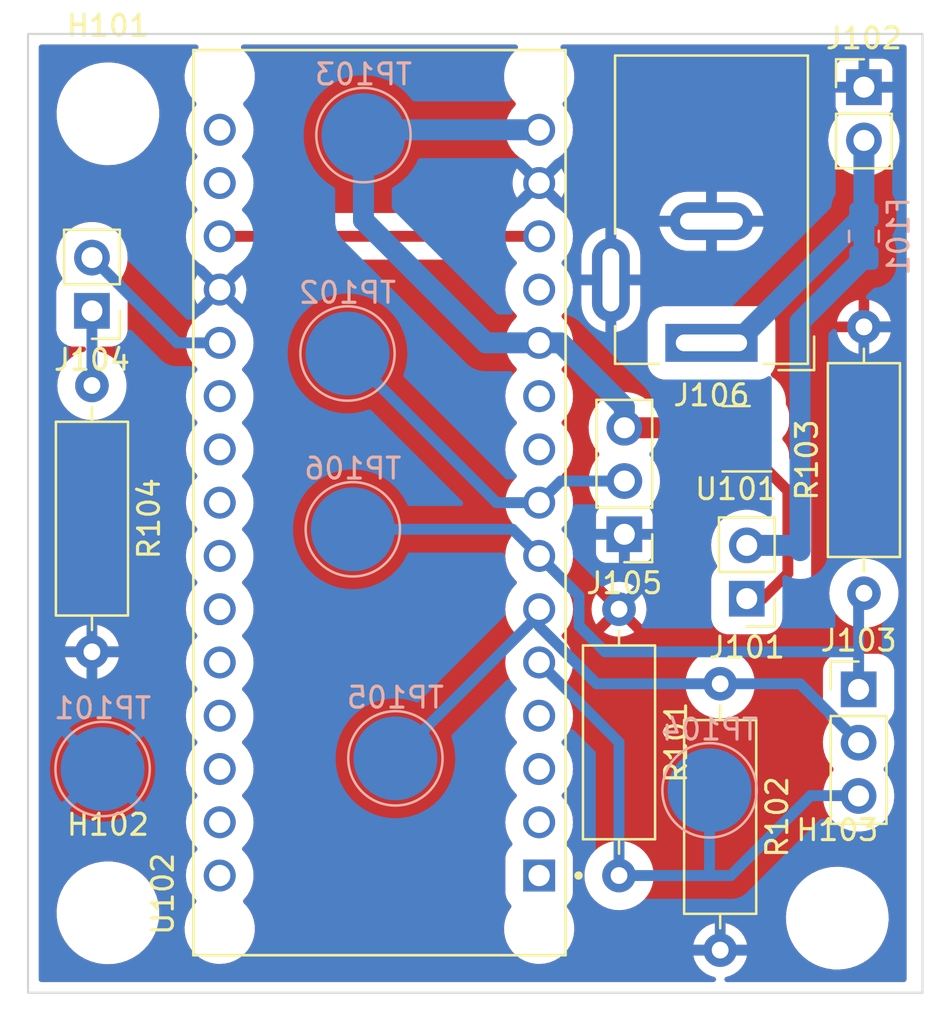
<source format=kicad_pcb>
(kicad_pcb (version 20211014) (generator pcbnew)
  (layers (0 "F.Cu" signal) (31 "B.Cu" signal) (34 "B.Paste" user) (35 "F.Paste" user) (36 "B.SilkS" user "B.Silkscreen") (37 "F.SilkS" user "F.Silkscreen") (38 "B.Mask" user) (39 "F.Mask" user) (44 "Edge.Cuts" user))
  (net 0 "")
  (net 1 "+6V")
  (net 2 "/Switch")
  (net 3 "GND")
  (net 4 "/BattLED3")
  (net 5 "/BattLED2")
  (net 6 "/BattLED1")
  (net 7 "Net-(D102-Pad1)")
  (net 8 "/ReadLED")
  (net 9 "/MQ3Analog")
  (net 10 "VCC")
  (net 18 "unconnected-(U102-Pad13)")
  (footprint "Resistor_THT:R_Axial_DIN0309_L9.0mm_D3.2mm_P12.70mm_Horizontal" (layer "F.Cu") (at 129.794 96.012 -90)
    (fp_text reference "R101" (at 6.35 -2.72 90) (layer "F.SilkS"))
    (fp_text value "220")
    (fp_line (start 1.04 0) (end 1.73 0) (layer "F.SilkS") (width 0.12))
    (fp_line (start 10.97 -1.72) (end 1.73 -1.72) (layer "F.SilkS") (width 0.12))
    (fp_line (start 10.97 1.72) (end 10.97 -1.72) (layer "F.SilkS") (width 0.12))
    (fp_line (start 1.73 1.72) (end 10.97 1.72) (layer "F.SilkS") (width 0.12))
    (fp_line (start 11.66 0) (end 10.97 0) (layer "F.SilkS") (width 0.12))
    (fp_line (start 1.73 -1.72) (end 1.73 1.72) (layer "F.SilkS") (width 0.12))
    (pad "1" thru_hole circle (at 0 0 270) (size 1.6 1.6) (drill 0.8) (layers *.Cu *.Mask) (net 3 "GND"))
    (pad "2" thru_hole oval (at 12.7 0 270) (size 1.6 1.6) (drill 0.8) (layers *.Cu *.Mask) (net 6 "/BattLED1"))
  )
  (footprint "Connector_BarrelJack:BarrelJack_Wuerth_6941xx301002" (layer "F.Cu") (at 134.204 83.312 180)
    (fp_text reference "J106" (at 0 -2.5) (layer "F.SilkS"))
    (fp_text value "Barrel_Jack_Switch")
    (fp_line (start -4.6 13.7) (end -4.6 -1) (layer "F.SilkS") (width 0.12))
    (fp_line (start 4.6 5.2) (end 4.6 13.7) (layer "F.SilkS") (width 0.12))
    (fp_line (start -4.6 -1) (end -2.5 -1) (layer "F.SilkS") (width 0.12))
    (fp_line (start -4.9 -1.3) (end -4.9 0.3) (layer "F.SilkS") (width 0.12))
    (fp_line (start 4.6 -1) (end 4.6 0.8) (layer "F.SilkS") (width 0.12))
    (fp_line (start 2.5 -1) (end 4.6 -1) (layer "F.SilkS") (width 0.12))
    (fp_line (start 4.6 13.7) (end -4.6 13.7) (layer "F.SilkS") (width 0.12))
    (fp_line (start -3.2 -1.3) (end -4.9 -1.3) (layer "F.SilkS") (width 0.12))
    (pad "1" thru_hole rect (at 0 0 180) (size 4.4 1.8) (drill oval 3.4 0.8) (layers *.Cu *.Mask) (net 1 "+6V"))
    (pad "2" thru_hole oval (at 0 5.8 180) (size 4 1.8) (drill oval 3 0.8) (layers *.Cu *.Mask) (net 3 "GND"))
    (pad "3" thru_hole oval (at 4.8 3 270) (size 4 1.8) (drill oval 3 0.8) (layers *.Cu *.Mask) (net 3 "GND"))
  )
  (footprint "MountingHole:MountingHole_3.2mm_M3" (layer "F.Cu") (at 140.208 110.744)
    (fp_text reference "H103" (at 0 -4.2) (layer "F.SilkS"))
    (fp_text value "MountingHole")
    (pad "" np_thru_hole circle (at 0 0) (size 3.2 3.2) (drill 3.2) (layers *.Cu *.Mask))
  )
  (footprint "Connector_PinHeader_2.54mm:PinHeader_1x03_P2.54mm_Vertical" (layer "F.Cu") (at 141.224 99.837)
    (fp_text reference "J103" (at 0 -2.33) (layer "F.SilkS"))
    (fp_text value "RGBConn")
    (fp_line (start -1.33 -1.33) (end 0 -1.33) (layer "F.SilkS") (width 0.12))
    (fp_line (start -1.33 0) (end -1.33 -1.33) (layer "F.SilkS") (width 0.12))
    (fp_line (start -1.33 1.27) (end -1.33 6.41) (layer "F.SilkS") (width 0.12))
    (fp_line (start -1.33 6.41) (end 1.33 6.41) (layer "F.SilkS") (width 0.12))
    (fp_line (start 1.33 1.27) (end 1.33 6.41) (layer "F.SilkS") (width 0.12))
    (fp_line (start -1.33 1.27) (end 1.33 1.27) (layer "F.SilkS") (width 0.12))
    (pad "1" thru_hole rect (at 0 0) (size 1.7 1.7) (drill 1) (layers *.Cu *.Mask) (net 4 "/BattLED3"))
    (pad "2" thru_hole oval (at 0 2.54) (size 1.7 1.7) (drill 1) (layers *.Cu *.Mask) (net 5 "/BattLED2"))
    (pad "3" thru_hole oval (at 0 5.08) (size 1.7 1.7) (drill 1) (layers *.Cu *.Mask) (net 6 "/BattLED1"))
  )
  (footprint "Resistor_THT:R_Axial_DIN0309_L9.0mm_D3.2mm_P12.70mm_Horizontal" (layer "F.Cu") (at 141.478 95.25 90)
    (fp_text reference "R103" (at 6.35 -2.72 90) (layer "F.SilkS"))
    (fp_text value "220")
    (fp_line (start 1.04 0) (end 1.73 0) (layer "F.SilkS") (width 0.12))
    (fp_line (start 10.97 1.72) (end 10.97 -1.72) (layer "F.SilkS") (width 0.12))
    (fp_line (start 11.66 0) (end 10.97 0) (layer "F.SilkS") (width 0.12))
    (fp_line (start 1.73 -1.72) (end 1.73 1.72) (layer "F.SilkS") (width 0.12))
    (fp_line (start 10.97 -1.72) (end 1.73 -1.72) (layer "F.SilkS") (width 0.12))
    (fp_line (start 1.73 1.72) (end 10.97 1.72) (layer "F.SilkS") (width 0.12))
    (pad "1" thru_hole circle (at 0 0 90) (size 1.6 1.6) (drill 0.8) (layers *.Cu *.Mask) (net 4 "/BattLED3"))
    (pad "2" thru_hole oval (at 12.7 0 90) (size 1.6 1.6) (drill 0.8) (layers *.Cu *.Mask) (net 3 "GND"))
  )
  (footprint "Resistor_THT:R_Axial_DIN0309_L9.0mm_D3.2mm_P12.70mm_Horizontal" (layer "F.Cu") (at 104.648 85.344 -90)
    (fp_text reference "R104" (at 6.35 -2.72 90) (layer "F.SilkS"))
    (fp_text value "220")
    (fp_line (start 1.73 -1.72) (end 1.73 1.72) (layer "F.SilkS") (width 0.12))
    (fp_line (start 1.04 0) (end 1.73 0) (layer "F.SilkS") (width 0.12))
    (fp_line (start 10.97 -1.72) (end 1.73 -1.72) (layer "F.SilkS") (width 0.12))
    (fp_line (start 1.73 1.72) (end 10.97 1.72) (layer "F.SilkS") (width 0.12))
    (fp_line (start 10.97 1.72) (end 10.97 -1.72) (layer "F.SilkS") (width 0.12))
    (fp_line (start 11.66 0) (end 10.97 0) (layer "F.SilkS") (width 0.12))
    (pad "1" thru_hole circle (at 0 0 270) (size 1.6 1.6) (drill 0.8) (layers *.Cu *.Mask) (net 7 "Net-(D102-Pad1)"))
    (pad "2" thru_hole oval (at 12.7 0 270) (size 1.6 1.6) (drill 0.8) (layers *.Cu *.Mask) (net 3 "GND"))
  )
  (footprint "ABX00030:MODULE_ABX00030" (layer "F.Cu") (at 118.364 90.932 90)
    (fp_text reference "U102" (at -18.655 -10.335 90) (layer "F.SilkS"))
    (fp_text value "ABX00030")
    (fp_line (start 21.58 8.88) (end -21.58 8.88) (layer "F.SilkS") (width 0.127))
    (fp_line (start -21.58 8.88) (end -21.58 -8.88) (layer "F.SilkS") (width 0.127))
    (fp_line (start 21.58 -8.88) (end 21.58 8.88) (layer "F.SilkS") (width 0.127))
    (fp_line (start -21.58 -8.88) (end 21.58 -8.88) (layer "F.SilkS") (width 0.127))
    (fp_circle (center -17.78 9.5) (end -17.68 9.5) (layer "F.SilkS") (width 0.2) (fill none))
    (pad "" np_thru_hole circle locked (at 20.32 -7.62 90) (size 1.65 1.65) (drill 1.65) (layers *.Cu *.Mask))
    (pad "" np_thru_hole circle locked (at -20.32 7.62 90) (size 1.65 1.65) (drill 1.65) (layers *.Cu *.Mask))
    (pad "" np_thru_hole circle locked (at -20.32 -7.62 90) (size 1.65 1.65) (drill 1.65) (layers *.Cu *.Mask))
    (pad "" np_thru_hole circle locked (at 20.32 7.62 90) (size 1.65 1.65) (drill 1.65) (layers *.Cu *.Mask))
    (pad "1" thru_hole rect locked (at -17.78 7.62 90) (size 1.524 1.524) (drill 1.016) (layers *.Cu *.Mask))
    (pad "2" thru_hole circle locked (at -15.24 7.62 90) (size 1.524 1.524) (drill 1.016) (layers *.Cu *.Mask))
    (pad "3" thru_hole circle locked (at -12.7 7.62 90) (size 1.524 1.524) (drill 1.016) (layers *.Cu *.Mask))
    (pad "4" thru_hole circle locked (at -10.16 7.62 90) (size 1.524 1.524) (drill 1.016) (layers *.Cu *.Mask))
    (pad "5" thru_hole circle locked (at -7.62 7.62 90) (size 1.524 1.524) (drill 1.016) (layers *.Cu *.Mask) (net 6 "/BattLED1"))
    (pad "6" thru_hole circle locked (at -5.08 7.62 90) (size 1.524 1.524) (drill 1.016) (layers *.Cu *.Mask) (net 5 "/BattLED2"))
    (pad "7" thru_hole circle locked (at -2.54 7.62 90) (size 1.524 1.524) (drill 1.016) (layers *.Cu *.Mask) (net 4 "/BattLED3"))
    (pad "8" thru_hole circle locked (at 0 7.62 90) (size 1.524 1.524) (drill 1.016) (layers *.Cu *.Mask) (net 9 "/MQ3Analog"))
    (pad "9" thru_hole circle locked (at 2.54 7.62 90) (size 1.524 1.524) (drill 1.016) (layers *.Cu *.Mask))
    (pad "10" thru_hole circle locked (at 5.08 7.62 90) (size 1.524 1.524) (drill 1.016) (layers *.Cu *.Mask))
    (pad "11" thru_hole circle locked (at 7.62 7.62 90) (size 1.524 1.524) (drill 1.016) (layers *.Cu *.Mask) (net 10 "VCC"))
    (pad "12" thru_hole circle locked (at 10.16 7.62 90) (size 1.524 1.524) (drill 1.016) (layers *.Cu *.Mask))
    (pad "13" thru_hole circle locked (at 12.7 7.62 90) (size 1.524 1.524) (drill 1.016) (layers *.Cu *.Mask) (net 18 "unconnected-(U102-Pad13)"))
    (pad "14" thru_hole circle locked (at 15.24 7.62 90) (size 1.524 1.524) (drill 1.016) (layers *.Cu *.Mask) (net 3 "GND"))
    (pad "15" thru_hole circle locked (at 17.78 7.62 90) (size 1.524 1.524) (drill 1.016) (layers *.Cu *.Mask) (net 10 "VCC"))
    (pad "16" thru_hole circle locked (at 17.78 -7.62 90) (size 1.524 1.524) (drill 1.016) (layers *.Cu *.Mask))
    (pad "17" thru_hole circle locked (at 15.24 -7.62 90) (size 1.524 1.524) (drill 1.016) (layers *.Cu *.Mask))
    (pad "18" thru_hole circle locked (at 12.7 -7.62 90) (size 1.524 1.524) (drill 1.016) (layers *.Cu *.Mask) (net 18 "unconnected-(U102-Pad13)"))
    (pad "19" thru_hole circle locked (at 10.16 -7.62 90) (size 1.524 1.524) (drill 1.016) (layers *.Cu *.Mask) (net 3 "GND"))
    (pad "20" thru_hole circle locked (at 7.62 -7.62 90) (size 1.524 1.524) (drill 1.016) (layers *.Cu *.Mask) (net 8 "/ReadLED"))
    (pad "21" thru_hole circle locked (at 5.08 -7.62 90) (size 1.524 1.524) (drill 1.016) (layers *.Cu *.Mask))
    (pad "22" thru_hole circle locked (at 2.54 -7.62 90) (size 1.524 1.524) (drill 1.016) (layers *.Cu *.Mask))
    (pad "23" thru_hole circle locked (at 0 -7.62 90) (size 1.524 1.524) (drill 1.016) (layers *.Cu *.Mask))
    (pad "24" thru_hole circle locked (at -2.54 -7.62 90) (size 1.524 1.524) (drill 1.016) (layers *.Cu *.Mask))
    (pad "25" thru_hole circle locked (at -5.08 -7.62 90) (size 1.524 1.524) (drill 1.016) (layers *.Cu *.Mask))
    (pad "26" thru_hole circle locked (at -7.62 -7.62 90) (size 1.524 1.524) (drill 1.016) (layers *.Cu *.Mask))
    (pad "27" thru_hole circle locked (at -10.16 -7.62 90) (size 1.524 1.524) (drill 1.016) (layers *.Cu *.Mask))
    (pad "28" thru_hole circle locked (at -12.7 -7.62 90) (size 1.524 1.524) (drill 1.016) (layers *.Cu *.Mask))
    (pad "29" thru_hole circle locked (at -15.24 -7.62 90) (size 1.524 1.524) (drill 1.016) (layers *.Cu *.Mask))
    (pad "30" thru_hole circle locked (at -17.78 -7.62 90) (size 1.524 1.524) (drill 1.016) (layers *.Cu *.Mask))
  )
  (footprint "Connector_PinHeader_2.54mm:PinHeader_1x02_P2.54mm_Vertical" (layer "F.Cu") (at 135.89 95.509 180)
    (fp_text reference "J101" (at 0 -2.33) (layer "F.SilkS"))
    (fp_text value "Power Switch")
    (fp_line (start -1.33 3.87) (end 1.33 3.87) (layer "F.SilkS") (width 0.12))
    (fp_line (start -1.33 0) (end -1.33 -1.33) (layer "F.SilkS") (width 0.12))
    (fp_line (start -1.33 1.27) (end -1.33 3.87) (layer "F.SilkS") (width 0.12))
    (fp_line (start -1.33 -1.33) (end 0 -1.33) (layer "F.SilkS") (width 0.12))
    (fp_line (start -1.33 1.27) (end 1.33 1.27) (layer "F.SilkS") (width 0.12))
    (fp_line (start 1.33 1.27) (end 1.33 3.87) (layer "F.SilkS") (width 0.12))
    (pad "1" thru_hole rect (at 0 0 180) (size 1.7 1.7) (drill 1) (layers *.Cu *.Mask) (net 2 "/Switch"))
    (pad "2" thru_hole oval (at 0 2.54 180) (size 1.7 1.7) (drill 1) (layers *.Cu *.Mask) (net 1 "+6V"))
  )
  (footprint "Connector_PinHeader_2.54mm:PinHeader_1x02_P2.54mm_Vertical" (layer "F.Cu") (at 104.648 81.788 180)
    (fp_text reference "J104" (at 0 -2.33) (layer "F.SilkS"))
    (fp_text value "Read LED")
    (fp_line (start 1.33 1.27) (end 1.33 3.87) (layer "F.SilkS") (width 0.12))
    (fp_line (start -1.33 3.87) (end 1.33 3.87) (layer "F.SilkS") (width 0.12))
    (fp_line (start -1.33 -1.33) (end 0 -1.33) (layer "F.SilkS") (width 0.12))
    (fp_line (start -1.33 1.27) (end 1.33 1.27) (layer "F.SilkS") (width 0.12))
    (fp_line (start -1.33 0) (end -1.33 -1.33) (layer "F.SilkS") (width 0.12))
    (fp_line (start -1.33 1.27) (end -1.33 3.87) (layer "F.SilkS") (width 0.12))
    (pad "1" thru_hole rect (at 0 0 180) (size 1.7 1.7) (drill 1) (layers *.Cu *.Mask) (net 7 "Net-(D102-Pad1)"))
    (pad "2" thru_hole oval (at 0 2.54 180) (size 1.7 1.7) (drill 1) (layers *.Cu *.Mask) (net 8 "/ReadLED"))
  )
  (footprint "MountingHole:MountingHole_3.2mm_M3" (layer "F.Cu") (at 105.41 110.49)
    (fp_text reference "H102" (at 0 -4.2) (layer "F.SilkS"))
    (fp_text value "MountingHole")
    (pad "" np_thru_hole circle (at 0 0) (size 3.2 3.2) (drill 3.2) (layers *.Cu *.Mask))
  )
  (footprint "Resistor_THT:R_Axial_DIN0309_L9.0mm_D3.2mm_P12.70mm_Horizontal" (layer "F.Cu") (at 134.62 99.568 -90)
    (fp_text reference "R102" (at 6.35 -2.72 90) (layer "F.SilkS"))
    (fp_text value "220")
    (fp_line (start 11.66 0) (end 10.97 0) (layer "F.SilkS") (width 0.12))
    (fp_line (start 10.97 1.72) (end 10.97 -1.72) (layer "F.SilkS") (width 0.12))
    (fp_line (start 1.73 1.72) (end 10.97 1.72) (layer "F.SilkS") (width 0.12))
    (fp_line (start 1.73 -1.72) (end 1.73 1.72) (layer "F.SilkS") (width 0.12))
    (fp_line (start 1.04 0) (end 1.73 0) (layer "F.SilkS") (width 0.12))
    (fp_line (start 10.97 -1.72) (end 1.73 -1.72) (layer "F.SilkS") (width 0.12))
    (pad "1" thru_hole circle (at 0 0 270) (size 1.6 1.6) (drill 0.8) (layers *.Cu *.Mask) (net 5 "/BattLED2"))
    (pad "2" thru_hole oval (at 12.7 0 270) (size 1.6 1.6) (drill 0.8) (layers *.Cu *.Mask) (net 3 "GND"))
  )
  (footprint "Connector_PinHeader_2.54mm:PinHeader_1x03_P2.54mm_Vertical" (layer "F.Cu") (at 130.048 92.441 180)
    (fp_text reference "J105" (at 0 -2.33) (layer "F.SilkS"))
    (fp_text value "MQ3")
    (fp_line (start -1.33 6.41) (end 1.33 6.41) (layer "F.SilkS") (width 0.12))
    (fp_line (start -1.33 1.27) (end 1.33 1.27) (layer "F.SilkS") (width 0.12))
    (fp_line (start 1.33 1.27) (end 1.33 6.41) (layer "F.SilkS") (width 0.12))
    (fp_line (start -1.33 0) (end -1.33 -1.33) (layer "F.SilkS") (width 0.12))
    (fp_line (start -1.33 1.27) (end -1.33 6.41) (layer "F.SilkS") (width 0.12))
    (fp_line (start -1.33 -1.33) (end 0 -1.33) (layer "F.SilkS") (width 0.12))
    (pad "1" thru_hole rect (at 0 0 180) (size 1.7 1.7) (drill 1) (layers *.Cu *.Mask) (net 3 "GND"))
    (pad "2" thru_hole oval (at 0 2.54 180) (size 1.7 1.7) (drill 1) (layers *.Cu *.Mask) (net 9 "/MQ3Analog"))
    (pad "3" thru_hole oval (at 0 5.08 180) (size 1.7 1.7) (drill 1) (layers *.Cu *.Mask) (net 10 "VCC"))
  )
  (footprint "Package_TO_SOT_SMD:SOT-23" (layer "F.Cu") (at 135.382 87.884 180)
    (fp_text reference "U101" (at 0 -2.4) (layer "F.SilkS"))
    (fp_text value "MAX6105")
    (fp_line (start 0 1.56) (end 0.65 1.56) (layer "F.SilkS") (width 0.12))
    (fp_line (start 0 -1.56) (end -1.675 -1.56) (layer "F.SilkS") (width 0.12))
    (fp_line (start 0 -1.56) (end 0.65 -1.56) (layer "F.SilkS") (width 0.12))
    (fp_line (start 0 1.56) (end -0.65 1.56) (layer "F.SilkS") (width 0.12))
    (pad "1" smd roundrect (at -0.9375 -0.95 180) (size 1.475 0.6) (layers "F.Cu" "F.Paste" "F.Mask") (net 2 "/Switch"))
    (pad "2" smd roundrect (at -0.9375 0.95 180) (size 1.475 0.6) (layers "F.Cu" "F.Paste" "F.Mask") (net 10 "VCC"))
    (pad "3" smd roundrect (at 0.9375 0 180) (size 1.475 0.6) (layers "F.Cu" "F.Paste" "F.Mask") (net 3 "GND"))
  )
  (footprint "Connector_PinHeader_2.54mm:PinHeader_1x02_P2.54mm_Vertical" (layer "F.Cu") (at 141.478 71.12)
    (fp_text reference "J102" (at 0 -2.33) (layer "F.SilkS"))
    (fp_text value "Battery")
    (fp_line (start -1.33 1.27) (end -1.33 3.87) (layer "F.SilkS") (width 0.12))
    (fp_line (start -1.33 3.87) (end 1.33 3.87) (layer "F.SilkS") (width 0.12))
    (fp_line (start 1.33 1.27) (end 1.33 3.87) (layer "F.SilkS") (width 0.12))
    (fp_line (start -1.33 -1.33) (end 0 -1.33) (layer "F.SilkS") (width 0.12))
    (fp_line (start -1.33 1.27) (end 1.33 1.27) (layer "F.SilkS") (width 0.12))
    (fp_line (start -1.33 0) (end -1.33 -1.33) (layer "F.SilkS") (width 0.12))
    (pad "1" thru_hole rect (at 0 0) (size 1.7 1.7) (drill 1) (layers *.Cu *.Mask) (net 3 "GND"))
    (pad "2" thru_hole oval (at 0 2.54) (size 1.7 1.7) (drill 1) (layers *.Cu *.Mask) (net 1 "+6V"))
  )
  (footprint "MountingHole:MountingHole_3.2mm_M3" (layer "F.Cu") (at 105.41 72.39)
    (fp_text reference "H101" (at 0 -4.2) (layer "F.SilkS"))
    (fp_text value "MountingHole")
    (pad "" np_thru_hole circle (at 0 0) (size 3.2 3.2) (drill 3.2) (layers *.Cu *.Mask))
  )
  (footprint "TestPoint:TestPoint_Pad_D4.0mm" (layer "B.Cu") (at 116.84 83.82 180)
    (fp_text reference "TP102" (at 0 2.898) (layer "B.SilkS") (effects (justify mirror)))
    (fp_text value "AnalogMQ3")
    (fp_circle (center 0 0) (end 0 -2.25) (layer "B.SilkS") (width 0.12) (fill none))
    (pad "1" smd circle (at 0 0 180) (size 4 4) (layers "B.Cu" "B.Mask") (net 9 "/MQ3Analog"))
  )
  (footprint "TestPoint:TestPoint_Pad_D4.0mm" (layer "B.Cu") (at 134.112 104.648 180)
    (fp_text reference "TP104" (at 0 2.898) (layer "B.SilkS") (effects (justify mirror)))
    (fp_text value "BattLED1Test")
    (fp_circle (center 0 0) (end 0 -2.25) (layer "B.SilkS") (width 0.12) (fill none))
    (pad "1" smd circle (at 0 0 180) (size 4 4) (layers "B.Cu" "B.Mask") (net 6 "/BattLED1"))
  )
  (footprint "TestPoint:TestPoint_Pad_D4.0mm" (layer "B.Cu") (at 105.156 103.632 180)
    (fp_text reference "TP101" (at 0 2.898) (layer "B.SilkS") (effects (justify mirror)))
    (fp_text value "GND")
    (fp_circle (center 0 0) (end 0 -2.25) (layer "B.SilkS") (width 0.12) (fill none))
    (pad "1" smd circle (at 0 0 180) (size 4 4) (layers "B.Cu" "B.Mask") (net 3 "GND"))
  )
  (footprint "TestPoint:TestPoint_Pad_D4.0mm" (layer "B.Cu") (at 119.126 103.124 180)
    (fp_text reference "TP105" (at 0 2.898) (layer "B.SilkS") (effects (justify mirror)))
    (fp_text value "BattLED2Test")
    (fp_circle (center 0 0) (end 0 -2.25) (layer "B.SilkS") (width 0.12) (fill none))
    (pad "1" smd circle (at 0 0 180) (size 4 4) (layers "B.Cu" "B.Mask") (net 5 "/BattLED2"))
  )
  (footprint "TestPoint:TestPoint_Pad_D4.0mm" (layer "B.Cu") (at 117.094 92.202 180)
    (fp_text reference "TP106" (at 0 2.898) (layer "B.SilkS") (effects (justify mirror)))
    (fp_text value "BattLED3Test")
    (fp_circle (center 0 0) (end 0 -2.25) (layer "B.SilkS") (width 0.12) (fill none))
    (pad "1" smd circle (at 0 0 180) (size 4 4) (layers "B.Cu" "B.Mask") (net 4 "/BattLED3"))
  )
  (footprint "TestPoint:TestPoint_Pad_D4.0mm" (layer "B.Cu") (at 117.602 73.406 180)
    (fp_text reference "TP103" (at 0 2.898) (layer "B.SilkS") (effects (justify mirror)))
    (fp_text value "VCC")
    (fp_circle (center 0 0) (end 0 -2.25) (layer "B.SilkS") (width 0.12) (fill none))
    (pad "1" smd circle (at 0 0 180) (size 4 4) (layers "B.Cu" "B.Mask") (net 10 "VCC"))
  )
  (footprint "Fuse:Fuse_0805_2012Metric_Pad1.15x1.40mm_HandSolder" (layer "B.Cu") (at 141.478 78.232 90)
    (fp_text reference "F101" (at 0 1.65 90) (layer "B.SilkS") (effects (justify mirror)))
    (fp_text value "Fuse")
    (fp_line (start -0.261252 -0.71) (end 0.261252 -0.71) (layer "B.SilkS") (width 0.12))
    (fp_line (start -0.261252 0.71) (end 0.261252 0.71) (layer "B.SilkS") (width 0.12))
    (pad "1" smd roundrect (at -1.025 0 90) (size 1.15 1.4) (layers "B.Cu" "B.Paste" "B.Mask") (roundrect_rratio 0.217391) (net 1 "+6V"))
    (pad "2" smd roundrect (at 1.025 0 90) (size 1.15 1.4) (layers "B.Cu" "B.Paste" "B.Mask") (roundrect_rratio 0.217391) (net 1 "+6V"))
  )
  (gr_rect (start 101.6 68.58) (end 144.272 114.3) (layer "Edge.Cuts") (width 0.1) (fill none))
  (segment (start 141.478 77.207) (end 141.478 79.257) (width 1) (layer "B.Cu") (net 1))
  (segment (start 135.373 83.312) (end 141.478 77.207) (width 1) (layer "B.Cu") (net 1))
  (segment (start 138.181 92.969) (end 135.89 92.969) (width 1) (layer "B.Cu") (net 1))
  (segment (start 134.204 83.312) (end 135.373 83.312) (width 1) (layer "B.Cu") (net 1))
  (segment (start 138.43 82.305) (end 138.43 93.218) (width 1) (layer "B.Cu") (net 1))
  (segment (start 138.43 93.218) (end 138.181 92.969) (width 1) (layer "B.Cu") (net 1))
  (segment (start 141.478 79.257) (end 138.43 82.305) (width 1) (layer "B.Cu") (net 1))
  (segment (start 141.478 73.66) (end 141.478 77.207) (width 1) (layer "B.Cu") (net 1))
  (segment (start 137.85 90.3645) (end 137.85 94.306) (width 0.52) (layer "F.Cu") (net 2))
  (segment (start 137.85 94.306) (end 136.647 95.509) (width 0.52) (layer "F.Cu") (net 2))
  (segment (start 136.647 95.509) (end 135.89 95.509) (width 0.52) (layer "F.Cu") (net 2))
  (segment (start 136.3195 88.834) (end 137.85 90.3645) (width 0.52) (layer "F.Cu") (net 2))
  (segment (start 124.714 92.202) (end 125.984 93.472) (width 0.52) (layer "B.Cu") (net 4))
  (segment (start 141.224 99.822) (end 141.224 98.044) (width 0.52) (layer "B.Cu") (net 4))
  (segment (start 141.224 95.504) (end 141.478 95.25) (width 0.52) (layer "B.Cu") (net 4))
  (segment (start 127.884 96.803148) (end 129.124852 98.044) (width 0.52) (layer "B.Cu") (net 4))
  (segment (start 129.124852 98.044) (end 141.224 98.044) (width 0.52) (layer "B.Cu") (net 4))
  (segment (start 117.094 92.202) (end 124.714 92.202) (width 0.52) (layer "B.Cu") (net 4))
  (segment (start 127.884 95.372) (end 127.884 96.803148) (width 0.52) (layer "B.Cu") (net 4))
  (segment (start 125.984 93.472) (end 127.884 95.372) (width 0.52) (layer "B.Cu") (net 4))
  (segment (start 141.224 98.044) (end 141.224 95.504) (width 0.52) (layer "B.Cu") (net 4))
  (segment (start 119.126 103.124) (end 125.984 96.266) (width 0.52) (layer "B.Cu") (net 5))
  (segment (start 125.984 96.266) (end 125.984 96.012) (width 0.52) (layer "B.Cu") (net 5))
  (segment (start 128.728169 99.568) (end 134.62 99.568) (width 0.52) (layer "B.Cu") (net 5))
  (segment (start 125.984 96.823831) (end 128.728169 99.568) (width 0.52) (layer "B.Cu") (net 5))
  (segment (start 125.984 96.012) (end 125.984 96.823831) (width 0.52) (layer "B.Cu") (net 5))
  (segment (start 138.43 99.568) (end 141.224 102.362) (width 0.52) (layer "B.Cu") (net 5))
  (segment (start 134.62 99.568) (end 138.43 99.568) (width 0.52) (layer "B.Cu") (net 5))
  (segment (start 129.794 102.362) (end 129.794 108.712) (width 0.52) (layer "B.Cu") (net 6))
  (segment (start 134.112 108.712) (end 135.128 108.712) (width 0.52) (layer "B.Cu") (net 6))
  (segment (start 125.984 98.552) (end 129.794 102.362) (width 0.52) (layer "B.Cu") (net 6))
  (segment (start 138.938 104.902) (end 141.224 104.902) (width 0.52) (layer "B.Cu") (net 6))
  (segment (start 134.112 108.712) (end 134.112 104.648) (width 0.52) (layer "B.Cu") (net 6))
  (segment (start 135.128 108.712) (end 138.938 104.902) (width 0.52) (layer "B.Cu") (net 6))
  (segment (start 129.794 108.712) (end 134.112 108.712) (width 0.52) (layer "B.Cu") (net 6))
  (segment (start 104.648 85.344) (end 104.648 81.788) (width 0.52) (layer "B.Cu") (net 7))
  (segment (start 108.712 83.312) (end 110.744 83.312) (width 0.52) (layer "B.Cu") (net 8))
  (segment (start 104.648 79.248) (end 108.712 83.312) (width 0.52) (layer "B.Cu") (net 8))
  (segment (start 123.952 90.932) (end 116.84 83.82) (width 0.52) (layer "B.Cu") (net 9))
  (segment (start 125.984 90.932) (end 123.952 90.932) (width 0.52) (layer "B.Cu") (net 9))
  (segment (start 127.015 89.901) (end 130.048 89.901) (width 0.52) (layer "B.Cu") (net 9))
  (segment (start 125.984 90.932) (end 127.015 89.901) (width 0.52) (layer "B.Cu") (net 9))
  (segment (start 130.048 87.361) (end 132.095 87.361) (width 1) (layer "F.Cu") (net 10))
  (segment (start 136.3195 86.934) (end 136.3195 86.1845) (width 1) (layer "F.Cu") (net 10))
  (segment (start 136.3195 86.1845) (end 136.398 86.106) (width 1) (layer "F.Cu") (net 10))
  (segment (start 133.35 86.106) (end 136.398 86.106) (width 1) (layer "F.Cu") (net 10))
  (segment (start 132.095 87.361) (end 133.35 86.106) (width 1) (layer "F.Cu") (net 10))
  (segment (start 125.984 83.312) (end 123.444 83.312) (width 1) (layer "B.Cu") (net 10))
  (segment (start 123.444 83.312) (end 117.602 77.47) (width 1) (layer "B.Cu") (net 10))
  (segment (start 117.602 77.47) (end 117.602 73.406) (width 1) (layer "B.Cu") (net 10))
  (segment (start 125.984 83.312) (end 127 83.312) (width 1) (layer "B.Cu") (net 10))
  (segment (start 117.856 73.152) (end 117.602 73.406) (width 1) (layer "B.Cu") (net 10))
  (segment (start 125.984 73.152) (end 117.856 73.152) (width 1) (layer "B.Cu") (net 10))
  (segment (start 130.048 86.36) (end 130.048 87.361) (width 1) (layer "B.Cu") (net 10))
  (segment (start 127 83.312) (end 130.048 86.36) (width 1) (layer "B.Cu") (net 10))
  (segment (start 110.744 78.232) (end 125.984 78.232) (width 0.52) (layer "F.Cu") (net 18))
  (zone (net 3) (net_name "GND") (layers F&B.Cu) (connect_pads (clearance 0.508)) (min_thickness 0.254) (fill yes (thermal_gap 0.508) (thermal_bridge_width 0.508))
    (polygon (pts (xy 143.51 114.3) (xy 101.6 114.3) (xy 101.6 68.58) (xy 143.51 68.58)))
  )
)
</source>
